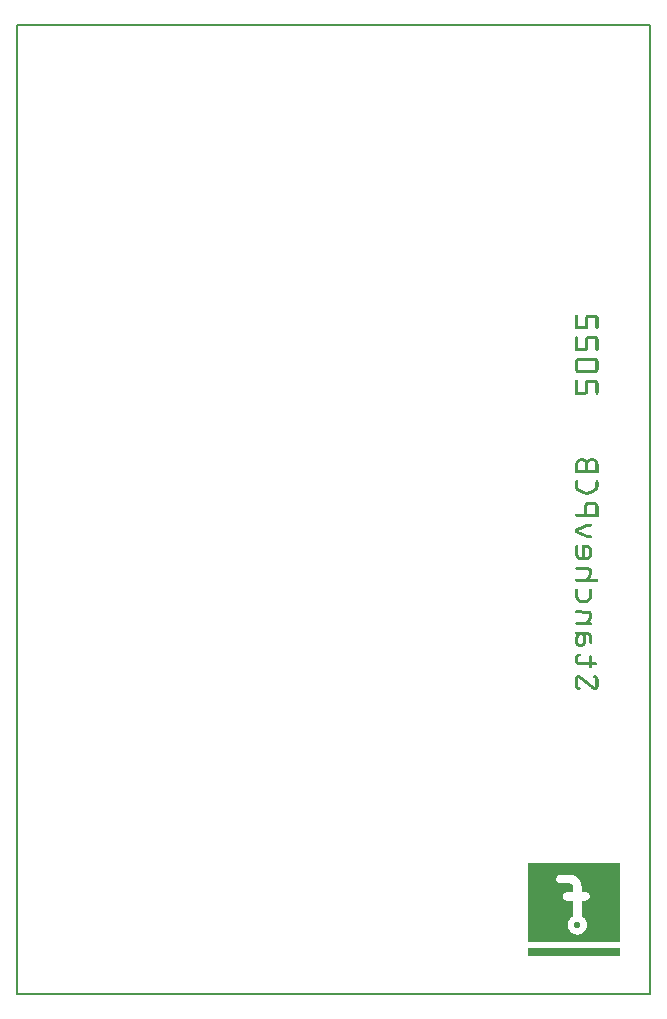
<source format=gbo>
G04 MADE WITH FRITZING*
G04 WWW.FRITZING.ORG*
G04 DOUBLE SIDED*
G04 HOLES PLATED*
G04 CONTOUR ON CENTER OF CONTOUR VECTOR*
%ASAXBY*%
%FSLAX23Y23*%
%MOIN*%
%OFA0B0*%
%SFA1.0B1.0*%
%ADD10C,0.023361*%
%ADD11R,0.309167X0.027778*%
%ADD12R,2.119130X3.235450X2.103130X3.219450*%
%ADD13C,0.008000*%
%ADD14R,0.001000X0.001000*%
%LNSILK0*%
G90*
G70*
G54D10*
X1872Y232D03*
G54D11*
X1861Y144D03*
G54D13*
X4Y3231D02*
X2115Y3231D01*
X2115Y4D01*
X4Y4D01*
X4Y3231D01*
D02*
G54D14*
X1867Y2266D02*
X1871Y2266D01*
X1905Y2266D02*
X1935Y2266D01*
X1866Y2265D02*
X1872Y2265D01*
X1903Y2265D02*
X1937Y2265D01*
X1865Y2264D02*
X1873Y2264D01*
X1902Y2264D02*
X1938Y2264D01*
X1865Y2263D02*
X1873Y2263D01*
X1901Y2263D02*
X1939Y2263D01*
X1865Y2262D02*
X1874Y2262D01*
X1900Y2262D02*
X1940Y2262D01*
X1865Y2261D02*
X1874Y2261D01*
X1900Y2261D02*
X1941Y2261D01*
X1865Y2260D02*
X1874Y2260D01*
X1899Y2260D02*
X1941Y2260D01*
X1865Y2259D02*
X1874Y2259D01*
X1899Y2259D02*
X1941Y2259D01*
X1865Y2258D02*
X1874Y2258D01*
X1899Y2258D02*
X1941Y2258D01*
X1865Y2257D02*
X1874Y2257D01*
X1899Y2257D02*
X1942Y2257D01*
X1865Y2256D02*
X1874Y2256D01*
X1899Y2256D02*
X1908Y2256D01*
X1932Y2256D02*
X1942Y2256D01*
X1865Y2255D02*
X1874Y2255D01*
X1899Y2255D02*
X1908Y2255D01*
X1932Y2255D02*
X1942Y2255D01*
X1865Y2254D02*
X1874Y2254D01*
X1899Y2254D02*
X1908Y2254D01*
X1932Y2254D02*
X1942Y2254D01*
X1865Y2253D02*
X1874Y2253D01*
X1899Y2253D02*
X1908Y2253D01*
X1932Y2253D02*
X1942Y2253D01*
X1865Y2252D02*
X1874Y2252D01*
X1899Y2252D02*
X1908Y2252D01*
X1932Y2252D02*
X1942Y2252D01*
X1865Y2251D02*
X1874Y2251D01*
X1899Y2251D02*
X1908Y2251D01*
X1932Y2251D02*
X1942Y2251D01*
X1865Y2250D02*
X1874Y2250D01*
X1899Y2250D02*
X1908Y2250D01*
X1932Y2250D02*
X1942Y2250D01*
X1865Y2249D02*
X1874Y2249D01*
X1899Y2249D02*
X1908Y2249D01*
X1932Y2249D02*
X1942Y2249D01*
X1865Y2248D02*
X1874Y2248D01*
X1899Y2248D02*
X1908Y2248D01*
X1932Y2248D02*
X1942Y2248D01*
X1865Y2247D02*
X1874Y2247D01*
X1899Y2247D02*
X1908Y2247D01*
X1932Y2247D02*
X1942Y2247D01*
X1865Y2246D02*
X1874Y2246D01*
X1899Y2246D02*
X1908Y2246D01*
X1932Y2246D02*
X1942Y2246D01*
X1865Y2245D02*
X1874Y2245D01*
X1899Y2245D02*
X1908Y2245D01*
X1932Y2245D02*
X1942Y2245D01*
X1865Y2244D02*
X1874Y2244D01*
X1899Y2244D02*
X1908Y2244D01*
X1932Y2244D02*
X1942Y2244D01*
X1865Y2243D02*
X1874Y2243D01*
X1899Y2243D02*
X1908Y2243D01*
X1932Y2243D02*
X1942Y2243D01*
X1865Y2242D02*
X1874Y2242D01*
X1899Y2242D02*
X1908Y2242D01*
X1932Y2242D02*
X1942Y2242D01*
X1865Y2241D02*
X1874Y2241D01*
X1899Y2241D02*
X1908Y2241D01*
X1932Y2241D02*
X1942Y2241D01*
X1865Y2240D02*
X1874Y2240D01*
X1899Y2240D02*
X1908Y2240D01*
X1932Y2240D02*
X1942Y2240D01*
X1865Y2239D02*
X1874Y2239D01*
X1899Y2239D02*
X1908Y2239D01*
X1932Y2239D02*
X1942Y2239D01*
X1865Y2238D02*
X1874Y2238D01*
X1899Y2238D02*
X1908Y2238D01*
X1932Y2238D02*
X1942Y2238D01*
X1865Y2237D02*
X1874Y2237D01*
X1899Y2237D02*
X1908Y2237D01*
X1932Y2237D02*
X1942Y2237D01*
X1865Y2236D02*
X1874Y2236D01*
X1899Y2236D02*
X1908Y2236D01*
X1932Y2236D02*
X1942Y2236D01*
X1865Y2235D02*
X1874Y2235D01*
X1899Y2235D02*
X1908Y2235D01*
X1932Y2235D02*
X1942Y2235D01*
X1865Y2234D02*
X1874Y2234D01*
X1899Y2234D02*
X1908Y2234D01*
X1932Y2234D02*
X1942Y2234D01*
X1865Y2233D02*
X1874Y2233D01*
X1899Y2233D02*
X1908Y2233D01*
X1932Y2233D02*
X1942Y2233D01*
X1865Y2232D02*
X1874Y2232D01*
X1899Y2232D02*
X1908Y2232D01*
X1932Y2232D02*
X1942Y2232D01*
X1865Y2231D02*
X1874Y2231D01*
X1899Y2231D02*
X1908Y2231D01*
X1932Y2231D02*
X1942Y2231D01*
X1865Y2230D02*
X1874Y2230D01*
X1899Y2230D02*
X1908Y2230D01*
X1932Y2230D02*
X1942Y2230D01*
X1865Y2229D02*
X1874Y2229D01*
X1899Y2229D02*
X1908Y2229D01*
X1932Y2229D02*
X1942Y2229D01*
X1865Y2228D02*
X1874Y2228D01*
X1899Y2228D02*
X1908Y2228D01*
X1932Y2228D02*
X1942Y2228D01*
X1865Y2227D02*
X1908Y2227D01*
X1932Y2227D02*
X1942Y2227D01*
X1865Y2226D02*
X1907Y2226D01*
X1932Y2226D02*
X1942Y2226D01*
X1865Y2225D02*
X1907Y2225D01*
X1932Y2225D02*
X1942Y2225D01*
X1865Y2224D02*
X1907Y2224D01*
X1932Y2224D02*
X1942Y2224D01*
X1865Y2223D02*
X1907Y2223D01*
X1932Y2223D02*
X1942Y2223D01*
X1865Y2222D02*
X1906Y2222D01*
X1932Y2222D02*
X1942Y2222D01*
X1865Y2221D02*
X1905Y2221D01*
X1933Y2221D02*
X1941Y2221D01*
X1865Y2220D02*
X1905Y2220D01*
X1933Y2220D02*
X1941Y2220D01*
X1865Y2219D02*
X1903Y2219D01*
X1934Y2219D02*
X1940Y2219D01*
X1865Y2218D02*
X1902Y2218D01*
X1935Y2218D02*
X1939Y2218D01*
X1867Y2194D02*
X1871Y2194D01*
X1905Y2194D02*
X1935Y2194D01*
X1866Y2193D02*
X1872Y2193D01*
X1903Y2193D02*
X1937Y2193D01*
X1865Y2192D02*
X1873Y2192D01*
X1902Y2192D02*
X1938Y2192D01*
X1865Y2191D02*
X1873Y2191D01*
X1901Y2191D02*
X1939Y2191D01*
X1865Y2190D02*
X1874Y2190D01*
X1900Y2190D02*
X1940Y2190D01*
X1865Y2189D02*
X1874Y2189D01*
X1900Y2189D02*
X1940Y2189D01*
X1865Y2188D02*
X1874Y2188D01*
X1899Y2188D02*
X1941Y2188D01*
X1865Y2187D02*
X1874Y2187D01*
X1899Y2187D02*
X1941Y2187D01*
X1865Y2186D02*
X1874Y2186D01*
X1899Y2186D02*
X1941Y2186D01*
X1865Y2185D02*
X1874Y2185D01*
X1899Y2185D02*
X1941Y2185D01*
X1865Y2184D02*
X1874Y2184D01*
X1899Y2184D02*
X1908Y2184D01*
X1932Y2184D02*
X1942Y2184D01*
X1865Y2183D02*
X1874Y2183D01*
X1899Y2183D02*
X1908Y2183D01*
X1932Y2183D02*
X1942Y2183D01*
X1865Y2182D02*
X1874Y2182D01*
X1899Y2182D02*
X1908Y2182D01*
X1932Y2182D02*
X1942Y2182D01*
X1865Y2181D02*
X1874Y2181D01*
X1899Y2181D02*
X1908Y2181D01*
X1932Y2181D02*
X1942Y2181D01*
X1865Y2180D02*
X1874Y2180D01*
X1899Y2180D02*
X1908Y2180D01*
X1932Y2180D02*
X1942Y2180D01*
X1865Y2179D02*
X1874Y2179D01*
X1899Y2179D02*
X1908Y2179D01*
X1932Y2179D02*
X1942Y2179D01*
X1865Y2178D02*
X1874Y2178D01*
X1899Y2178D02*
X1908Y2178D01*
X1932Y2178D02*
X1942Y2178D01*
X1865Y2177D02*
X1874Y2177D01*
X1899Y2177D02*
X1908Y2177D01*
X1932Y2177D02*
X1942Y2177D01*
X1865Y2176D02*
X1874Y2176D01*
X1899Y2176D02*
X1908Y2176D01*
X1932Y2176D02*
X1942Y2176D01*
X1865Y2175D02*
X1874Y2175D01*
X1899Y2175D02*
X1908Y2175D01*
X1932Y2175D02*
X1942Y2175D01*
X1865Y2174D02*
X1874Y2174D01*
X1899Y2174D02*
X1908Y2174D01*
X1932Y2174D02*
X1942Y2174D01*
X1865Y2173D02*
X1874Y2173D01*
X1899Y2173D02*
X1908Y2173D01*
X1932Y2173D02*
X1942Y2173D01*
X1865Y2172D02*
X1874Y2172D01*
X1899Y2172D02*
X1908Y2172D01*
X1932Y2172D02*
X1942Y2172D01*
X1865Y2171D02*
X1874Y2171D01*
X1899Y2171D02*
X1908Y2171D01*
X1932Y2171D02*
X1942Y2171D01*
X1865Y2170D02*
X1874Y2170D01*
X1899Y2170D02*
X1908Y2170D01*
X1932Y2170D02*
X1942Y2170D01*
X1865Y2169D02*
X1874Y2169D01*
X1899Y2169D02*
X1908Y2169D01*
X1932Y2169D02*
X1942Y2169D01*
X1865Y2168D02*
X1874Y2168D01*
X1899Y2168D02*
X1908Y2168D01*
X1932Y2168D02*
X1942Y2168D01*
X1865Y2167D02*
X1874Y2167D01*
X1899Y2167D02*
X1908Y2167D01*
X1932Y2167D02*
X1942Y2167D01*
X1865Y2166D02*
X1874Y2166D01*
X1899Y2166D02*
X1908Y2166D01*
X1932Y2166D02*
X1942Y2166D01*
X1865Y2165D02*
X1874Y2165D01*
X1899Y2165D02*
X1908Y2165D01*
X1932Y2165D02*
X1942Y2165D01*
X1865Y2164D02*
X1874Y2164D01*
X1899Y2164D02*
X1908Y2164D01*
X1932Y2164D02*
X1942Y2164D01*
X1865Y2163D02*
X1874Y2163D01*
X1899Y2163D02*
X1908Y2163D01*
X1932Y2163D02*
X1942Y2163D01*
X1865Y2162D02*
X1874Y2162D01*
X1899Y2162D02*
X1908Y2162D01*
X1932Y2162D02*
X1942Y2162D01*
X1865Y2161D02*
X1874Y2161D01*
X1899Y2161D02*
X1908Y2161D01*
X1932Y2161D02*
X1942Y2161D01*
X1865Y2160D02*
X1874Y2160D01*
X1899Y2160D02*
X1908Y2160D01*
X1932Y2160D02*
X1942Y2160D01*
X1865Y2159D02*
X1874Y2159D01*
X1899Y2159D02*
X1908Y2159D01*
X1932Y2159D02*
X1942Y2159D01*
X1865Y2158D02*
X1874Y2158D01*
X1899Y2158D02*
X1908Y2158D01*
X1932Y2158D02*
X1942Y2158D01*
X1865Y2157D02*
X1874Y2157D01*
X1899Y2157D02*
X1908Y2157D01*
X1932Y2157D02*
X1942Y2157D01*
X1865Y2156D02*
X1874Y2156D01*
X1899Y2156D02*
X1908Y2156D01*
X1932Y2156D02*
X1942Y2156D01*
X1865Y2155D02*
X1874Y2155D01*
X1898Y2155D02*
X1908Y2155D01*
X1932Y2155D02*
X1942Y2155D01*
X1865Y2154D02*
X1907Y2154D01*
X1932Y2154D02*
X1942Y2154D01*
X1865Y2153D02*
X1907Y2153D01*
X1932Y2153D02*
X1942Y2153D01*
X1865Y2152D02*
X1907Y2152D01*
X1932Y2152D02*
X1942Y2152D01*
X1865Y2151D02*
X1907Y2151D01*
X1932Y2151D02*
X1942Y2151D01*
X1865Y2150D02*
X1906Y2150D01*
X1932Y2150D02*
X1942Y2150D01*
X1865Y2149D02*
X1906Y2149D01*
X1933Y2149D02*
X1941Y2149D01*
X1865Y2148D02*
X1905Y2148D01*
X1933Y2148D02*
X1941Y2148D01*
X1865Y2147D02*
X1904Y2147D01*
X1933Y2147D02*
X1941Y2147D01*
X1865Y2146D02*
X1902Y2146D01*
X1934Y2146D02*
X1940Y2146D01*
X1865Y2145D02*
X1900Y2145D01*
X1936Y2145D02*
X1938Y2145D01*
X1873Y2122D02*
X1934Y2122D01*
X1870Y2121D02*
X1936Y2121D01*
X1868Y2120D02*
X1938Y2120D01*
X1867Y2119D02*
X1939Y2119D01*
X1867Y2118D02*
X1940Y2118D01*
X1866Y2117D02*
X1940Y2117D01*
X1865Y2116D02*
X1941Y2116D01*
X1865Y2115D02*
X1941Y2115D01*
X1865Y2114D02*
X1941Y2114D01*
X1865Y2113D02*
X1941Y2113D01*
X1865Y2112D02*
X1874Y2112D01*
X1932Y2112D02*
X1942Y2112D01*
X1865Y2111D02*
X1874Y2111D01*
X1932Y2111D02*
X1942Y2111D01*
X1865Y2110D02*
X1874Y2110D01*
X1932Y2110D02*
X1942Y2110D01*
X1865Y2109D02*
X1874Y2109D01*
X1932Y2109D02*
X1942Y2109D01*
X1865Y2108D02*
X1874Y2108D01*
X1932Y2108D02*
X1942Y2108D01*
X1865Y2107D02*
X1874Y2107D01*
X1932Y2107D02*
X1942Y2107D01*
X1865Y2106D02*
X1874Y2106D01*
X1932Y2106D02*
X1942Y2106D01*
X1865Y2105D02*
X1874Y2105D01*
X1932Y2105D02*
X1942Y2105D01*
X1865Y2104D02*
X1874Y2104D01*
X1932Y2104D02*
X1942Y2104D01*
X1865Y2103D02*
X1874Y2103D01*
X1932Y2103D02*
X1942Y2103D01*
X1865Y2102D02*
X1874Y2102D01*
X1932Y2102D02*
X1942Y2102D01*
X1865Y2101D02*
X1874Y2101D01*
X1932Y2101D02*
X1942Y2101D01*
X1865Y2100D02*
X1874Y2100D01*
X1932Y2100D02*
X1942Y2100D01*
X1865Y2099D02*
X1874Y2099D01*
X1932Y2099D02*
X1942Y2099D01*
X1865Y2098D02*
X1874Y2098D01*
X1932Y2098D02*
X1942Y2098D01*
X1865Y2097D02*
X1874Y2097D01*
X1932Y2097D02*
X1942Y2097D01*
X1865Y2096D02*
X1874Y2096D01*
X1932Y2096D02*
X1942Y2096D01*
X1865Y2095D02*
X1874Y2095D01*
X1932Y2095D02*
X1942Y2095D01*
X1865Y2094D02*
X1874Y2094D01*
X1932Y2094D02*
X1942Y2094D01*
X1865Y2093D02*
X1874Y2093D01*
X1932Y2093D02*
X1942Y2093D01*
X1865Y2092D02*
X1874Y2092D01*
X1932Y2092D02*
X1942Y2092D01*
X1865Y2091D02*
X1874Y2091D01*
X1932Y2091D02*
X1942Y2091D01*
X1865Y2090D02*
X1874Y2090D01*
X1932Y2090D02*
X1942Y2090D01*
X1865Y2089D02*
X1874Y2089D01*
X1932Y2089D02*
X1942Y2089D01*
X1865Y2088D02*
X1874Y2088D01*
X1932Y2088D02*
X1942Y2088D01*
X1865Y2087D02*
X1874Y2087D01*
X1932Y2087D02*
X1942Y2087D01*
X1865Y2086D02*
X1874Y2086D01*
X1932Y2086D02*
X1942Y2086D01*
X1865Y2085D02*
X1874Y2085D01*
X1932Y2085D02*
X1942Y2085D01*
X1865Y2084D02*
X1874Y2084D01*
X1932Y2084D02*
X1942Y2084D01*
X1865Y2083D02*
X1874Y2083D01*
X1932Y2083D02*
X1942Y2083D01*
X1865Y2082D02*
X1941Y2082D01*
X1865Y2081D02*
X1941Y2081D01*
X1865Y2080D02*
X1941Y2080D01*
X1865Y2079D02*
X1941Y2079D01*
X1866Y2078D02*
X1940Y2078D01*
X1866Y2077D02*
X1940Y2077D01*
X1867Y2076D02*
X1939Y2076D01*
X1868Y2075D02*
X1938Y2075D01*
X1869Y2074D02*
X1937Y2074D01*
X1871Y2073D02*
X1935Y2073D01*
X1867Y2049D02*
X1871Y2049D01*
X1904Y2049D02*
X1936Y2049D01*
X1866Y2048D02*
X1872Y2048D01*
X1903Y2048D02*
X1937Y2048D01*
X1865Y2047D02*
X1873Y2047D01*
X1902Y2047D02*
X1938Y2047D01*
X1865Y2046D02*
X1873Y2046D01*
X1901Y2046D02*
X1939Y2046D01*
X1865Y2045D02*
X1874Y2045D01*
X1900Y2045D02*
X1940Y2045D01*
X1865Y2044D02*
X1874Y2044D01*
X1899Y2044D02*
X1941Y2044D01*
X1865Y2043D02*
X1874Y2043D01*
X1899Y2043D02*
X1941Y2043D01*
X1865Y2042D02*
X1874Y2042D01*
X1899Y2042D02*
X1941Y2042D01*
X1865Y2041D02*
X1874Y2041D01*
X1899Y2041D02*
X1941Y2041D01*
X1865Y2040D02*
X1874Y2040D01*
X1899Y2040D02*
X1942Y2040D01*
X1865Y2039D02*
X1874Y2039D01*
X1899Y2039D02*
X1908Y2039D01*
X1932Y2039D02*
X1942Y2039D01*
X1865Y2038D02*
X1874Y2038D01*
X1899Y2038D02*
X1908Y2038D01*
X1932Y2038D02*
X1942Y2038D01*
X1865Y2037D02*
X1874Y2037D01*
X1899Y2037D02*
X1908Y2037D01*
X1932Y2037D02*
X1942Y2037D01*
X1865Y2036D02*
X1874Y2036D01*
X1899Y2036D02*
X1908Y2036D01*
X1932Y2036D02*
X1942Y2036D01*
X1865Y2035D02*
X1874Y2035D01*
X1899Y2035D02*
X1908Y2035D01*
X1932Y2035D02*
X1942Y2035D01*
X1865Y2034D02*
X1874Y2034D01*
X1899Y2034D02*
X1908Y2034D01*
X1932Y2034D02*
X1942Y2034D01*
X1865Y2033D02*
X1874Y2033D01*
X1899Y2033D02*
X1908Y2033D01*
X1932Y2033D02*
X1942Y2033D01*
X1865Y2032D02*
X1874Y2032D01*
X1899Y2032D02*
X1908Y2032D01*
X1932Y2032D02*
X1942Y2032D01*
X1865Y2031D02*
X1874Y2031D01*
X1899Y2031D02*
X1908Y2031D01*
X1932Y2031D02*
X1942Y2031D01*
X1865Y2030D02*
X1874Y2030D01*
X1899Y2030D02*
X1908Y2030D01*
X1932Y2030D02*
X1942Y2030D01*
X1865Y2029D02*
X1874Y2029D01*
X1899Y2029D02*
X1908Y2029D01*
X1932Y2029D02*
X1942Y2029D01*
X1865Y2028D02*
X1874Y2028D01*
X1899Y2028D02*
X1908Y2028D01*
X1932Y2028D02*
X1942Y2028D01*
X1865Y2027D02*
X1874Y2027D01*
X1899Y2027D02*
X1908Y2027D01*
X1932Y2027D02*
X1942Y2027D01*
X1865Y2026D02*
X1874Y2026D01*
X1899Y2026D02*
X1908Y2026D01*
X1932Y2026D02*
X1942Y2026D01*
X1865Y2025D02*
X1874Y2025D01*
X1899Y2025D02*
X1908Y2025D01*
X1932Y2025D02*
X1942Y2025D01*
X1865Y2024D02*
X1874Y2024D01*
X1899Y2024D02*
X1908Y2024D01*
X1932Y2024D02*
X1942Y2024D01*
X1865Y2023D02*
X1874Y2023D01*
X1899Y2023D02*
X1908Y2023D01*
X1932Y2023D02*
X1942Y2023D01*
X1865Y2022D02*
X1874Y2022D01*
X1899Y2022D02*
X1908Y2022D01*
X1932Y2022D02*
X1942Y2022D01*
X1865Y2021D02*
X1874Y2021D01*
X1899Y2021D02*
X1908Y2021D01*
X1932Y2021D02*
X1942Y2021D01*
X1865Y2020D02*
X1874Y2020D01*
X1899Y2020D02*
X1908Y2020D01*
X1932Y2020D02*
X1942Y2020D01*
X1865Y2019D02*
X1874Y2019D01*
X1899Y2019D02*
X1908Y2019D01*
X1932Y2019D02*
X1942Y2019D01*
X1865Y2018D02*
X1874Y2018D01*
X1899Y2018D02*
X1908Y2018D01*
X1932Y2018D02*
X1942Y2018D01*
X1865Y2017D02*
X1874Y2017D01*
X1899Y2017D02*
X1908Y2017D01*
X1932Y2017D02*
X1942Y2017D01*
X1865Y2016D02*
X1874Y2016D01*
X1899Y2016D02*
X1908Y2016D01*
X1932Y2016D02*
X1942Y2016D01*
X1865Y2015D02*
X1874Y2015D01*
X1899Y2015D02*
X1908Y2015D01*
X1932Y2015D02*
X1942Y2015D01*
X1865Y2014D02*
X1874Y2014D01*
X1899Y2014D02*
X1908Y2014D01*
X1932Y2014D02*
X1942Y2014D01*
X1865Y2013D02*
X1874Y2013D01*
X1899Y2013D02*
X1908Y2013D01*
X1932Y2013D02*
X1942Y2013D01*
X1865Y2012D02*
X1874Y2012D01*
X1899Y2012D02*
X1908Y2012D01*
X1932Y2012D02*
X1942Y2012D01*
X1865Y2011D02*
X1874Y2011D01*
X1899Y2011D02*
X1908Y2011D01*
X1932Y2011D02*
X1942Y2011D01*
X1865Y2010D02*
X1908Y2010D01*
X1932Y2010D02*
X1942Y2010D01*
X1865Y2009D02*
X1907Y2009D01*
X1932Y2009D02*
X1942Y2009D01*
X1865Y2008D02*
X1907Y2008D01*
X1932Y2008D02*
X1942Y2008D01*
X1865Y2007D02*
X1907Y2007D01*
X1932Y2007D02*
X1942Y2007D01*
X1865Y2006D02*
X1907Y2006D01*
X1932Y2006D02*
X1942Y2006D01*
X1865Y2005D02*
X1906Y2005D01*
X1932Y2005D02*
X1942Y2005D01*
X1865Y2004D02*
X1905Y2004D01*
X1933Y2004D02*
X1941Y2004D01*
X1865Y2003D02*
X1904Y2003D01*
X1933Y2003D02*
X1941Y2003D01*
X1865Y2002D02*
X1903Y2002D01*
X1934Y2002D02*
X1940Y2002D01*
X1865Y2001D02*
X1901Y2001D01*
X1935Y2001D02*
X1939Y2001D01*
X1880Y1787D02*
X1893Y1787D01*
X1914Y1787D02*
X1926Y1787D01*
X1877Y1786D02*
X1895Y1786D01*
X1911Y1786D02*
X1929Y1786D01*
X1875Y1785D02*
X1897Y1785D01*
X1909Y1785D02*
X1931Y1785D01*
X1873Y1784D02*
X1899Y1784D01*
X1907Y1784D02*
X1933Y1784D01*
X1872Y1783D02*
X1900Y1783D01*
X1906Y1783D02*
X1934Y1783D01*
X1871Y1782D02*
X1901Y1782D01*
X1905Y1782D02*
X1935Y1782D01*
X1870Y1781D02*
X1902Y1781D01*
X1904Y1781D02*
X1936Y1781D01*
X1869Y1780D02*
X1937Y1780D01*
X1868Y1779D02*
X1938Y1779D01*
X1868Y1778D02*
X1938Y1778D01*
X1867Y1777D02*
X1880Y1777D01*
X1892Y1777D02*
X1914Y1777D01*
X1926Y1777D02*
X1939Y1777D01*
X1867Y1776D02*
X1878Y1776D01*
X1894Y1776D02*
X1912Y1776D01*
X1928Y1776D02*
X1940Y1776D01*
X1866Y1775D02*
X1877Y1775D01*
X1895Y1775D02*
X1911Y1775D01*
X1929Y1775D02*
X1940Y1775D01*
X1866Y1774D02*
X1876Y1774D01*
X1896Y1774D02*
X1910Y1774D01*
X1930Y1774D02*
X1940Y1774D01*
X1865Y1773D02*
X1875Y1773D01*
X1897Y1773D02*
X1909Y1773D01*
X1931Y1773D02*
X1941Y1773D01*
X1865Y1772D02*
X1875Y1772D01*
X1897Y1772D02*
X1909Y1772D01*
X1931Y1772D02*
X1941Y1772D01*
X1865Y1771D02*
X1874Y1771D01*
X1898Y1771D02*
X1908Y1771D01*
X1932Y1771D02*
X1941Y1771D01*
X1865Y1770D02*
X1874Y1770D01*
X1898Y1770D02*
X1908Y1770D01*
X1932Y1770D02*
X1941Y1770D01*
X1865Y1769D02*
X1874Y1769D01*
X1898Y1769D02*
X1908Y1769D01*
X1932Y1769D02*
X1941Y1769D01*
X1865Y1768D02*
X1874Y1768D01*
X1898Y1768D02*
X1908Y1768D01*
X1932Y1768D02*
X1941Y1768D01*
X1865Y1767D02*
X1874Y1767D01*
X1899Y1767D02*
X1908Y1767D01*
X1932Y1767D02*
X1942Y1767D01*
X1865Y1766D02*
X1874Y1766D01*
X1899Y1766D02*
X1908Y1766D01*
X1932Y1766D02*
X1942Y1766D01*
X1865Y1765D02*
X1874Y1765D01*
X1899Y1765D02*
X1908Y1765D01*
X1932Y1765D02*
X1942Y1765D01*
X1865Y1764D02*
X1874Y1764D01*
X1899Y1764D02*
X1908Y1764D01*
X1932Y1764D02*
X1942Y1764D01*
X1865Y1763D02*
X1874Y1763D01*
X1899Y1763D02*
X1908Y1763D01*
X1932Y1763D02*
X1942Y1763D01*
X1865Y1762D02*
X1874Y1762D01*
X1899Y1762D02*
X1908Y1762D01*
X1932Y1762D02*
X1942Y1762D01*
X1865Y1761D02*
X1874Y1761D01*
X1899Y1761D02*
X1908Y1761D01*
X1932Y1761D02*
X1942Y1761D01*
X1865Y1760D02*
X1874Y1760D01*
X1899Y1760D02*
X1908Y1760D01*
X1932Y1760D02*
X1942Y1760D01*
X1865Y1759D02*
X1874Y1759D01*
X1899Y1759D02*
X1908Y1759D01*
X1932Y1759D02*
X1942Y1759D01*
X1865Y1758D02*
X1874Y1758D01*
X1899Y1758D02*
X1908Y1758D01*
X1932Y1758D02*
X1942Y1758D01*
X1865Y1757D02*
X1874Y1757D01*
X1899Y1757D02*
X1908Y1757D01*
X1932Y1757D02*
X1942Y1757D01*
X1865Y1756D02*
X1874Y1756D01*
X1899Y1756D02*
X1908Y1756D01*
X1932Y1756D02*
X1942Y1756D01*
X1865Y1755D02*
X1874Y1755D01*
X1899Y1755D02*
X1908Y1755D01*
X1932Y1755D02*
X1942Y1755D01*
X1865Y1754D02*
X1874Y1754D01*
X1899Y1754D02*
X1908Y1754D01*
X1932Y1754D02*
X1942Y1754D01*
X1865Y1753D02*
X1874Y1753D01*
X1899Y1753D02*
X1908Y1753D01*
X1932Y1753D02*
X1942Y1753D01*
X1865Y1752D02*
X1874Y1752D01*
X1899Y1752D02*
X1908Y1752D01*
X1932Y1752D02*
X1942Y1752D01*
X1865Y1751D02*
X1874Y1751D01*
X1899Y1751D02*
X1908Y1751D01*
X1932Y1751D02*
X1942Y1751D01*
X1865Y1750D02*
X1874Y1750D01*
X1899Y1750D02*
X1908Y1750D01*
X1932Y1750D02*
X1942Y1750D01*
X1865Y1749D02*
X1874Y1749D01*
X1899Y1749D02*
X1908Y1749D01*
X1932Y1749D02*
X1942Y1749D01*
X1865Y1748D02*
X1942Y1748D01*
X1865Y1747D02*
X1942Y1747D01*
X1865Y1746D02*
X1942Y1746D01*
X1865Y1745D02*
X1942Y1745D01*
X1865Y1744D02*
X1942Y1744D01*
X1865Y1743D02*
X1942Y1743D01*
X1865Y1742D02*
X1942Y1742D01*
X1865Y1741D02*
X1942Y1741D01*
X1865Y1740D02*
X1942Y1740D01*
X1865Y1739D02*
X1942Y1739D01*
X1865Y1738D02*
X1941Y1738D01*
X1868Y1715D02*
X1870Y1715D01*
X1936Y1715D02*
X1938Y1715D01*
X1866Y1714D02*
X1872Y1714D01*
X1934Y1714D02*
X1940Y1714D01*
X1865Y1713D02*
X1873Y1713D01*
X1933Y1713D02*
X1941Y1713D01*
X1865Y1712D02*
X1873Y1712D01*
X1933Y1712D02*
X1941Y1712D01*
X1865Y1711D02*
X1874Y1711D01*
X1933Y1711D02*
X1941Y1711D01*
X1865Y1710D02*
X1874Y1710D01*
X1932Y1710D02*
X1942Y1710D01*
X1865Y1709D02*
X1874Y1709D01*
X1932Y1709D02*
X1942Y1709D01*
X1865Y1708D02*
X1874Y1708D01*
X1932Y1708D02*
X1942Y1708D01*
X1865Y1707D02*
X1874Y1707D01*
X1932Y1707D02*
X1942Y1707D01*
X1865Y1706D02*
X1874Y1706D01*
X1932Y1706D02*
X1942Y1706D01*
X1865Y1705D02*
X1874Y1705D01*
X1932Y1705D02*
X1942Y1705D01*
X1865Y1704D02*
X1874Y1704D01*
X1932Y1704D02*
X1942Y1704D01*
X1865Y1703D02*
X1874Y1703D01*
X1932Y1703D02*
X1942Y1703D01*
X1865Y1702D02*
X1874Y1702D01*
X1932Y1702D02*
X1942Y1702D01*
X1865Y1701D02*
X1874Y1701D01*
X1932Y1701D02*
X1942Y1701D01*
X1865Y1700D02*
X1874Y1700D01*
X1932Y1700D02*
X1942Y1700D01*
X1865Y1699D02*
X1874Y1699D01*
X1932Y1699D02*
X1942Y1699D01*
X1865Y1698D02*
X1874Y1698D01*
X1932Y1698D02*
X1942Y1698D01*
X1865Y1697D02*
X1874Y1697D01*
X1932Y1697D02*
X1942Y1697D01*
X1865Y1696D02*
X1874Y1696D01*
X1932Y1696D02*
X1942Y1696D01*
X1865Y1695D02*
X1874Y1695D01*
X1932Y1695D02*
X1942Y1695D01*
X1865Y1694D02*
X1874Y1694D01*
X1932Y1694D02*
X1942Y1694D01*
X1865Y1693D02*
X1874Y1693D01*
X1932Y1693D02*
X1942Y1693D01*
X1865Y1692D02*
X1874Y1692D01*
X1932Y1692D02*
X1942Y1692D01*
X1865Y1691D02*
X1874Y1691D01*
X1932Y1691D02*
X1941Y1691D01*
X1865Y1690D02*
X1874Y1690D01*
X1932Y1690D02*
X1941Y1690D01*
X1865Y1689D02*
X1874Y1689D01*
X1932Y1689D02*
X1941Y1689D01*
X1865Y1688D02*
X1875Y1688D01*
X1931Y1688D02*
X1941Y1688D01*
X1865Y1687D02*
X1877Y1687D01*
X1929Y1687D02*
X1941Y1687D01*
X1866Y1686D02*
X1879Y1686D01*
X1927Y1686D02*
X1940Y1686D01*
X1866Y1685D02*
X1881Y1685D01*
X1925Y1685D02*
X1940Y1685D01*
X1867Y1684D02*
X1883Y1684D01*
X1923Y1684D02*
X1939Y1684D01*
X1867Y1683D02*
X1885Y1683D01*
X1921Y1683D02*
X1939Y1683D01*
X1868Y1682D02*
X1887Y1682D01*
X1919Y1682D02*
X1938Y1682D01*
X1869Y1681D02*
X1889Y1681D01*
X1917Y1681D02*
X1937Y1681D01*
X1870Y1680D02*
X1891Y1680D01*
X1915Y1680D02*
X1936Y1680D01*
X1872Y1679D02*
X1893Y1679D01*
X1913Y1679D02*
X1935Y1679D01*
X1873Y1678D02*
X1895Y1678D01*
X1911Y1678D02*
X1933Y1678D01*
X1875Y1677D02*
X1897Y1677D01*
X1909Y1677D02*
X1931Y1677D01*
X1877Y1676D02*
X1900Y1676D01*
X1906Y1676D02*
X1929Y1676D01*
X1879Y1675D02*
X1927Y1675D01*
X1881Y1674D02*
X1925Y1674D01*
X1883Y1673D02*
X1923Y1673D01*
X1885Y1672D02*
X1921Y1672D01*
X1887Y1671D02*
X1919Y1671D01*
X1889Y1670D02*
X1917Y1670D01*
X1891Y1669D02*
X1915Y1669D01*
X1893Y1668D02*
X1913Y1668D01*
X1896Y1667D02*
X1910Y1667D01*
X1900Y1666D02*
X1907Y1666D01*
X1908Y1643D02*
X1928Y1643D01*
X1904Y1642D02*
X1932Y1642D01*
X1902Y1641D02*
X1934Y1641D01*
X1900Y1640D02*
X1935Y1640D01*
X1899Y1639D02*
X1937Y1639D01*
X1898Y1638D02*
X1938Y1638D01*
X1897Y1637D02*
X1938Y1637D01*
X1897Y1636D02*
X1939Y1636D01*
X1896Y1635D02*
X1940Y1635D01*
X1896Y1634D02*
X1940Y1634D01*
X1895Y1633D02*
X1909Y1633D01*
X1927Y1633D02*
X1941Y1633D01*
X1895Y1632D02*
X1906Y1632D01*
X1930Y1632D02*
X1941Y1632D01*
X1895Y1631D02*
X1905Y1631D01*
X1931Y1631D02*
X1941Y1631D01*
X1894Y1630D02*
X1904Y1630D01*
X1932Y1630D02*
X1941Y1630D01*
X1894Y1629D02*
X1904Y1629D01*
X1932Y1629D02*
X1941Y1629D01*
X1894Y1628D02*
X1903Y1628D01*
X1932Y1628D02*
X1942Y1628D01*
X1894Y1627D02*
X1903Y1627D01*
X1932Y1627D02*
X1942Y1627D01*
X1894Y1626D02*
X1903Y1626D01*
X1932Y1626D02*
X1942Y1626D01*
X1894Y1625D02*
X1903Y1625D01*
X1932Y1625D02*
X1942Y1625D01*
X1894Y1624D02*
X1903Y1624D01*
X1932Y1624D02*
X1942Y1624D01*
X1894Y1623D02*
X1903Y1623D01*
X1932Y1623D02*
X1942Y1623D01*
X1894Y1622D02*
X1903Y1622D01*
X1932Y1622D02*
X1942Y1622D01*
X1894Y1621D02*
X1903Y1621D01*
X1932Y1621D02*
X1942Y1621D01*
X1894Y1620D02*
X1903Y1620D01*
X1932Y1620D02*
X1942Y1620D01*
X1894Y1619D02*
X1903Y1619D01*
X1932Y1619D02*
X1942Y1619D01*
X1894Y1618D02*
X1903Y1618D01*
X1932Y1618D02*
X1942Y1618D01*
X1894Y1617D02*
X1903Y1617D01*
X1932Y1617D02*
X1942Y1617D01*
X1894Y1616D02*
X1903Y1616D01*
X1932Y1616D02*
X1942Y1616D01*
X1894Y1615D02*
X1903Y1615D01*
X1932Y1615D02*
X1942Y1615D01*
X1894Y1614D02*
X1903Y1614D01*
X1932Y1614D02*
X1942Y1614D01*
X1894Y1613D02*
X1903Y1613D01*
X1932Y1613D02*
X1942Y1613D01*
X1894Y1612D02*
X1903Y1612D01*
X1932Y1612D02*
X1942Y1612D01*
X1894Y1611D02*
X1903Y1611D01*
X1932Y1611D02*
X1942Y1611D01*
X1894Y1610D02*
X1903Y1610D01*
X1932Y1610D02*
X1942Y1610D01*
X1894Y1609D02*
X1903Y1609D01*
X1932Y1609D02*
X1942Y1609D01*
X1894Y1608D02*
X1903Y1608D01*
X1932Y1608D02*
X1942Y1608D01*
X1894Y1607D02*
X1903Y1607D01*
X1932Y1607D02*
X1942Y1607D01*
X1894Y1606D02*
X1903Y1606D01*
X1932Y1606D02*
X1942Y1606D01*
X1894Y1605D02*
X1903Y1605D01*
X1932Y1605D02*
X1942Y1605D01*
X1894Y1604D02*
X1903Y1604D01*
X1932Y1604D02*
X1942Y1604D01*
X1868Y1603D02*
X1942Y1603D01*
X1866Y1602D02*
X1942Y1602D01*
X1865Y1601D02*
X1942Y1601D01*
X1865Y1600D02*
X1942Y1600D01*
X1865Y1599D02*
X1942Y1599D01*
X1865Y1598D02*
X1942Y1598D01*
X1865Y1597D02*
X1942Y1597D01*
X1865Y1596D02*
X1942Y1596D01*
X1866Y1595D02*
X1942Y1595D01*
X1867Y1594D02*
X1942Y1594D01*
X1905Y1570D02*
X1918Y1570D01*
X1903Y1569D02*
X1919Y1569D01*
X1900Y1568D02*
X1920Y1568D01*
X1898Y1567D02*
X1920Y1567D01*
X1896Y1566D02*
X1920Y1566D01*
X1894Y1565D02*
X1920Y1565D01*
X1891Y1564D02*
X1920Y1564D01*
X1889Y1563D02*
X1919Y1563D01*
X1887Y1562D02*
X1919Y1562D01*
X1884Y1561D02*
X1917Y1561D01*
X1882Y1560D02*
X1906Y1560D01*
X1880Y1559D02*
X1904Y1559D01*
X1878Y1558D02*
X1902Y1558D01*
X1875Y1557D02*
X1899Y1557D01*
X1873Y1556D02*
X1897Y1556D01*
X1871Y1555D02*
X1895Y1555D01*
X1868Y1554D02*
X1893Y1554D01*
X1866Y1553D02*
X1890Y1553D01*
X1865Y1552D02*
X1888Y1552D01*
X1865Y1551D02*
X1886Y1551D01*
X1865Y1550D02*
X1883Y1550D01*
X1865Y1549D02*
X1881Y1549D01*
X1865Y1548D02*
X1879Y1548D01*
X1865Y1547D02*
X1877Y1547D01*
X1865Y1546D02*
X1875Y1546D01*
X1865Y1545D02*
X1876Y1545D01*
X1865Y1544D02*
X1878Y1544D01*
X1865Y1543D02*
X1881Y1543D01*
X1865Y1542D02*
X1883Y1542D01*
X1865Y1541D02*
X1885Y1541D01*
X1865Y1540D02*
X1887Y1540D01*
X1866Y1539D02*
X1890Y1539D01*
X1868Y1538D02*
X1892Y1538D01*
X1870Y1537D02*
X1894Y1537D01*
X1872Y1536D02*
X1897Y1536D01*
X1875Y1535D02*
X1899Y1535D01*
X1877Y1534D02*
X1901Y1534D01*
X1879Y1533D02*
X1904Y1533D01*
X1882Y1532D02*
X1906Y1532D01*
X1884Y1531D02*
X1916Y1531D01*
X1886Y1530D02*
X1918Y1530D01*
X1888Y1529D02*
X1919Y1529D01*
X1891Y1528D02*
X1920Y1528D01*
X1893Y1527D02*
X1920Y1527D01*
X1895Y1526D02*
X1920Y1526D01*
X1898Y1525D02*
X1920Y1525D01*
X1900Y1524D02*
X1920Y1524D01*
X1902Y1523D02*
X1919Y1523D01*
X1904Y1522D02*
X1918Y1522D01*
X1867Y1498D02*
X1871Y1498D01*
X1889Y1498D02*
X1906Y1498D01*
X1866Y1497D02*
X1872Y1497D01*
X1887Y1497D02*
X1909Y1497D01*
X1865Y1496D02*
X1873Y1496D01*
X1887Y1496D02*
X1911Y1496D01*
X1865Y1495D02*
X1873Y1495D01*
X1886Y1495D02*
X1912Y1495D01*
X1865Y1494D02*
X1874Y1494D01*
X1886Y1494D02*
X1913Y1494D01*
X1865Y1493D02*
X1874Y1493D01*
X1886Y1493D02*
X1914Y1493D01*
X1865Y1492D02*
X1874Y1492D01*
X1886Y1492D02*
X1915Y1492D01*
X1865Y1491D02*
X1874Y1491D01*
X1886Y1491D02*
X1916Y1491D01*
X1865Y1490D02*
X1874Y1490D01*
X1886Y1490D02*
X1916Y1490D01*
X1865Y1489D02*
X1874Y1489D01*
X1886Y1489D02*
X1917Y1489D01*
X1865Y1488D02*
X1874Y1488D01*
X1886Y1488D02*
X1895Y1488D01*
X1905Y1488D02*
X1918Y1488D01*
X1865Y1487D02*
X1874Y1487D01*
X1886Y1487D02*
X1895Y1487D01*
X1907Y1487D02*
X1919Y1487D01*
X1865Y1486D02*
X1874Y1486D01*
X1886Y1486D02*
X1895Y1486D01*
X1908Y1486D02*
X1919Y1486D01*
X1865Y1485D02*
X1874Y1485D01*
X1886Y1485D02*
X1895Y1485D01*
X1909Y1485D02*
X1919Y1485D01*
X1865Y1484D02*
X1874Y1484D01*
X1886Y1484D02*
X1895Y1484D01*
X1910Y1484D02*
X1920Y1484D01*
X1865Y1483D02*
X1874Y1483D01*
X1886Y1483D02*
X1895Y1483D01*
X1910Y1483D02*
X1920Y1483D01*
X1865Y1482D02*
X1874Y1482D01*
X1886Y1482D02*
X1895Y1482D01*
X1911Y1482D02*
X1920Y1482D01*
X1865Y1481D02*
X1874Y1481D01*
X1886Y1481D02*
X1895Y1481D01*
X1911Y1481D02*
X1920Y1481D01*
X1865Y1480D02*
X1874Y1480D01*
X1886Y1480D02*
X1895Y1480D01*
X1911Y1480D02*
X1920Y1480D01*
X1865Y1479D02*
X1874Y1479D01*
X1886Y1479D02*
X1895Y1479D01*
X1911Y1479D02*
X1920Y1479D01*
X1865Y1478D02*
X1874Y1478D01*
X1886Y1478D02*
X1895Y1478D01*
X1911Y1478D02*
X1920Y1478D01*
X1865Y1477D02*
X1874Y1477D01*
X1886Y1477D02*
X1895Y1477D01*
X1911Y1477D02*
X1920Y1477D01*
X1865Y1476D02*
X1874Y1476D01*
X1886Y1476D02*
X1895Y1476D01*
X1911Y1476D02*
X1920Y1476D01*
X1865Y1475D02*
X1874Y1475D01*
X1886Y1475D02*
X1895Y1475D01*
X1911Y1475D02*
X1920Y1475D01*
X1865Y1474D02*
X1874Y1474D01*
X1886Y1474D02*
X1895Y1474D01*
X1911Y1474D02*
X1920Y1474D01*
X1865Y1473D02*
X1874Y1473D01*
X1886Y1473D02*
X1895Y1473D01*
X1911Y1473D02*
X1920Y1473D01*
X1865Y1472D02*
X1874Y1472D01*
X1886Y1472D02*
X1895Y1472D01*
X1911Y1472D02*
X1920Y1472D01*
X1865Y1471D02*
X1874Y1471D01*
X1886Y1471D02*
X1895Y1471D01*
X1911Y1471D02*
X1920Y1471D01*
X1865Y1470D02*
X1874Y1470D01*
X1886Y1470D02*
X1895Y1470D01*
X1911Y1470D02*
X1920Y1470D01*
X1865Y1469D02*
X1874Y1469D01*
X1886Y1469D02*
X1895Y1469D01*
X1911Y1469D02*
X1920Y1469D01*
X1865Y1468D02*
X1874Y1468D01*
X1886Y1468D02*
X1895Y1468D01*
X1911Y1468D02*
X1920Y1468D01*
X1865Y1467D02*
X1874Y1467D01*
X1886Y1467D02*
X1895Y1467D01*
X1911Y1467D02*
X1920Y1467D01*
X1865Y1466D02*
X1874Y1466D01*
X1886Y1466D02*
X1895Y1466D01*
X1911Y1466D02*
X1920Y1466D01*
X1865Y1465D02*
X1874Y1465D01*
X1886Y1465D02*
X1895Y1465D01*
X1911Y1465D02*
X1920Y1465D01*
X1865Y1464D02*
X1875Y1464D01*
X1886Y1464D02*
X1895Y1464D01*
X1910Y1464D02*
X1920Y1464D01*
X1865Y1463D02*
X1876Y1463D01*
X1886Y1463D02*
X1895Y1463D01*
X1909Y1463D02*
X1920Y1463D01*
X1866Y1462D02*
X1877Y1462D01*
X1886Y1462D02*
X1895Y1462D01*
X1908Y1462D02*
X1919Y1462D01*
X1866Y1461D02*
X1877Y1461D01*
X1886Y1461D02*
X1895Y1461D01*
X1907Y1461D02*
X1919Y1461D01*
X1866Y1460D02*
X1879Y1460D01*
X1886Y1460D02*
X1895Y1460D01*
X1906Y1460D02*
X1918Y1460D01*
X1867Y1459D02*
X1881Y1459D01*
X1885Y1459D02*
X1895Y1459D01*
X1904Y1459D02*
X1918Y1459D01*
X1868Y1458D02*
X1917Y1458D01*
X1869Y1457D02*
X1916Y1457D01*
X1869Y1456D02*
X1915Y1456D01*
X1870Y1455D02*
X1914Y1455D01*
X1871Y1454D02*
X1914Y1454D01*
X1872Y1453D02*
X1913Y1453D01*
X1873Y1452D02*
X1911Y1452D01*
X1875Y1451D02*
X1910Y1451D01*
X1876Y1450D02*
X1908Y1450D01*
X1880Y1449D02*
X1904Y1449D01*
X1869Y1426D02*
X1874Y1426D01*
X1866Y1425D02*
X1904Y1425D01*
X1866Y1424D02*
X1911Y1424D01*
X1865Y1423D02*
X1913Y1423D01*
X1865Y1422D02*
X1914Y1422D01*
X1865Y1421D02*
X1915Y1421D01*
X1865Y1420D02*
X1916Y1420D01*
X1865Y1419D02*
X1917Y1419D01*
X1866Y1418D02*
X1918Y1418D01*
X1867Y1417D02*
X1919Y1417D01*
X1874Y1416D02*
X1919Y1416D01*
X1903Y1415D02*
X1919Y1415D01*
X1909Y1414D02*
X1920Y1414D01*
X1910Y1413D02*
X1920Y1413D01*
X1911Y1412D02*
X1920Y1412D01*
X1911Y1411D02*
X1920Y1411D01*
X1911Y1410D02*
X1920Y1410D01*
X1911Y1409D02*
X1920Y1409D01*
X1911Y1408D02*
X1920Y1408D01*
X1911Y1407D02*
X1920Y1407D01*
X1911Y1406D02*
X1920Y1406D01*
X1911Y1405D02*
X1920Y1405D01*
X1911Y1404D02*
X1920Y1404D01*
X1911Y1403D02*
X1920Y1403D01*
X1911Y1402D02*
X1920Y1402D01*
X1910Y1401D02*
X1920Y1401D01*
X1909Y1400D02*
X1920Y1400D01*
X1909Y1399D02*
X1919Y1399D01*
X1908Y1398D02*
X1919Y1398D01*
X1907Y1397D02*
X1918Y1397D01*
X1907Y1396D02*
X1918Y1396D01*
X1906Y1395D02*
X1917Y1395D01*
X1906Y1394D02*
X1917Y1394D01*
X1905Y1393D02*
X1916Y1393D01*
X1904Y1392D02*
X1915Y1392D01*
X1904Y1391D02*
X1915Y1391D01*
X1903Y1390D02*
X1914Y1390D01*
X1902Y1389D02*
X1913Y1389D01*
X1902Y1388D02*
X1913Y1388D01*
X1901Y1387D02*
X1912Y1387D01*
X1867Y1386D02*
X1939Y1386D01*
X1866Y1385D02*
X1940Y1385D01*
X1865Y1384D02*
X1941Y1384D01*
X1865Y1383D02*
X1941Y1383D01*
X1865Y1382D02*
X1941Y1382D01*
X1865Y1381D02*
X1941Y1381D01*
X1865Y1380D02*
X1941Y1380D01*
X1865Y1379D02*
X1941Y1379D01*
X1866Y1378D02*
X1940Y1378D01*
X1867Y1377D02*
X1939Y1377D01*
X1867Y1353D02*
X1871Y1353D01*
X1913Y1353D02*
X1918Y1353D01*
X1866Y1352D02*
X1872Y1352D01*
X1912Y1352D02*
X1919Y1352D01*
X1865Y1351D02*
X1873Y1351D01*
X1912Y1351D02*
X1920Y1351D01*
X1865Y1350D02*
X1873Y1350D01*
X1911Y1350D02*
X1920Y1350D01*
X1865Y1349D02*
X1874Y1349D01*
X1911Y1349D02*
X1920Y1349D01*
X1865Y1348D02*
X1874Y1348D01*
X1911Y1348D02*
X1920Y1348D01*
X1865Y1347D02*
X1874Y1347D01*
X1911Y1347D02*
X1920Y1347D01*
X1865Y1346D02*
X1874Y1346D01*
X1911Y1346D02*
X1920Y1346D01*
X1865Y1345D02*
X1874Y1345D01*
X1911Y1345D02*
X1920Y1345D01*
X1865Y1344D02*
X1874Y1344D01*
X1911Y1344D02*
X1920Y1344D01*
X1865Y1343D02*
X1874Y1343D01*
X1911Y1343D02*
X1920Y1343D01*
X1865Y1342D02*
X1874Y1342D01*
X1911Y1342D02*
X1920Y1342D01*
X1865Y1341D02*
X1874Y1341D01*
X1911Y1341D02*
X1920Y1341D01*
X1865Y1340D02*
X1874Y1340D01*
X1911Y1340D02*
X1920Y1340D01*
X1865Y1339D02*
X1874Y1339D01*
X1911Y1339D02*
X1920Y1339D01*
X1865Y1338D02*
X1874Y1338D01*
X1911Y1338D02*
X1920Y1338D01*
X1865Y1337D02*
X1874Y1337D01*
X1911Y1337D02*
X1920Y1337D01*
X1865Y1336D02*
X1874Y1336D01*
X1911Y1336D02*
X1920Y1336D01*
X1865Y1335D02*
X1874Y1335D01*
X1911Y1335D02*
X1920Y1335D01*
X1865Y1334D02*
X1874Y1334D01*
X1911Y1334D02*
X1920Y1334D01*
X1865Y1333D02*
X1874Y1333D01*
X1911Y1333D02*
X1920Y1333D01*
X1865Y1332D02*
X1874Y1332D01*
X1911Y1332D02*
X1920Y1332D01*
X1865Y1331D02*
X1874Y1331D01*
X1911Y1331D02*
X1920Y1331D01*
X1865Y1330D02*
X1874Y1330D01*
X1911Y1330D02*
X1920Y1330D01*
X1865Y1329D02*
X1874Y1329D01*
X1911Y1329D02*
X1920Y1329D01*
X1865Y1328D02*
X1874Y1328D01*
X1911Y1328D02*
X1920Y1328D01*
X1865Y1327D02*
X1874Y1327D01*
X1911Y1327D02*
X1920Y1327D01*
X1865Y1326D02*
X1874Y1326D01*
X1911Y1326D02*
X1920Y1326D01*
X1865Y1325D02*
X1875Y1325D01*
X1910Y1325D02*
X1920Y1325D01*
X1865Y1324D02*
X1875Y1324D01*
X1910Y1324D02*
X1920Y1324D01*
X1865Y1323D02*
X1876Y1323D01*
X1909Y1323D02*
X1919Y1323D01*
X1866Y1322D02*
X1877Y1322D01*
X1908Y1322D02*
X1919Y1322D01*
X1866Y1321D02*
X1878Y1321D01*
X1907Y1321D02*
X1919Y1321D01*
X1867Y1320D02*
X1879Y1320D01*
X1906Y1320D02*
X1918Y1320D01*
X1867Y1319D02*
X1880Y1319D01*
X1905Y1319D02*
X1918Y1319D01*
X1868Y1318D02*
X1880Y1318D01*
X1904Y1318D02*
X1917Y1318D01*
X1869Y1317D02*
X1881Y1317D01*
X1904Y1317D02*
X1916Y1317D01*
X1870Y1316D02*
X1882Y1316D01*
X1903Y1316D02*
X1915Y1316D01*
X1871Y1315D02*
X1883Y1315D01*
X1902Y1315D02*
X1914Y1315D01*
X1872Y1314D02*
X1914Y1314D01*
X1872Y1313D02*
X1913Y1313D01*
X1873Y1312D02*
X1912Y1312D01*
X1874Y1311D02*
X1911Y1311D01*
X1875Y1310D02*
X1910Y1310D01*
X1876Y1309D02*
X1909Y1309D01*
X1877Y1308D02*
X1908Y1308D01*
X1878Y1307D02*
X1907Y1307D01*
X1880Y1306D02*
X1905Y1306D01*
X1882Y1305D02*
X1903Y1305D01*
X1867Y1281D02*
X1887Y1281D01*
X1866Y1280D02*
X1909Y1280D01*
X1865Y1279D02*
X1912Y1279D01*
X1865Y1278D02*
X1913Y1278D01*
X1865Y1277D02*
X1915Y1277D01*
X1865Y1276D02*
X1916Y1276D01*
X1865Y1275D02*
X1917Y1275D01*
X1865Y1274D02*
X1918Y1274D01*
X1866Y1273D02*
X1918Y1273D01*
X1868Y1272D02*
X1919Y1272D01*
X1886Y1271D02*
X1919Y1271D01*
X1908Y1270D02*
X1920Y1270D01*
X1909Y1269D02*
X1920Y1269D01*
X1910Y1268D02*
X1920Y1268D01*
X1911Y1267D02*
X1920Y1267D01*
X1911Y1266D02*
X1920Y1266D01*
X1911Y1265D02*
X1920Y1265D01*
X1911Y1264D02*
X1920Y1264D01*
X1911Y1263D02*
X1920Y1263D01*
X1911Y1262D02*
X1920Y1262D01*
X1911Y1261D02*
X1920Y1261D01*
X1911Y1260D02*
X1920Y1260D01*
X1911Y1259D02*
X1920Y1259D01*
X1911Y1258D02*
X1920Y1258D01*
X1910Y1257D02*
X1920Y1257D01*
X1910Y1256D02*
X1920Y1256D01*
X1909Y1255D02*
X1920Y1255D01*
X1908Y1254D02*
X1919Y1254D01*
X1908Y1253D02*
X1919Y1253D01*
X1907Y1252D02*
X1918Y1252D01*
X1907Y1251D02*
X1918Y1251D01*
X1906Y1250D02*
X1917Y1250D01*
X1905Y1249D02*
X1916Y1249D01*
X1905Y1248D02*
X1916Y1248D01*
X1904Y1247D02*
X1915Y1247D01*
X1903Y1246D02*
X1914Y1246D01*
X1903Y1245D02*
X1914Y1245D01*
X1902Y1244D02*
X1913Y1244D01*
X1901Y1243D02*
X1912Y1243D01*
X1870Y1242D02*
X1915Y1242D01*
X1867Y1241D02*
X1918Y1241D01*
X1866Y1240D02*
X1919Y1240D01*
X1865Y1239D02*
X1920Y1239D01*
X1865Y1238D02*
X1920Y1238D01*
X1865Y1237D02*
X1920Y1237D01*
X1865Y1236D02*
X1920Y1236D01*
X1865Y1235D02*
X1920Y1235D01*
X1866Y1234D02*
X1919Y1234D01*
X1867Y1233D02*
X1918Y1233D01*
X1869Y1232D02*
X1916Y1232D01*
X1868Y1209D02*
X1880Y1209D01*
X1866Y1208D02*
X1907Y1208D01*
X1865Y1207D02*
X1911Y1207D01*
X1865Y1206D02*
X1913Y1206D01*
X1865Y1205D02*
X1914Y1205D01*
X1865Y1204D02*
X1916Y1204D01*
X1865Y1203D02*
X1917Y1203D01*
X1865Y1202D02*
X1917Y1202D01*
X1866Y1201D02*
X1918Y1201D01*
X1867Y1200D02*
X1919Y1200D01*
X1869Y1199D02*
X1919Y1199D01*
X1869Y1198D02*
X1880Y1198D01*
X1887Y1198D02*
X1899Y1198D01*
X1906Y1198D02*
X1920Y1198D01*
X1868Y1197D02*
X1879Y1197D01*
X1889Y1197D02*
X1899Y1197D01*
X1909Y1197D02*
X1920Y1197D01*
X1868Y1196D02*
X1878Y1196D01*
X1889Y1196D02*
X1899Y1196D01*
X1910Y1196D02*
X1920Y1196D01*
X1867Y1195D02*
X1878Y1195D01*
X1890Y1195D02*
X1899Y1195D01*
X1911Y1195D02*
X1920Y1195D01*
X1866Y1194D02*
X1877Y1194D01*
X1890Y1194D02*
X1899Y1194D01*
X1911Y1194D02*
X1920Y1194D01*
X1866Y1193D02*
X1877Y1193D01*
X1890Y1193D02*
X1899Y1193D01*
X1911Y1193D02*
X1920Y1193D01*
X1865Y1192D02*
X1876Y1192D01*
X1890Y1192D02*
X1899Y1192D01*
X1911Y1192D02*
X1920Y1192D01*
X1865Y1191D02*
X1875Y1191D01*
X1890Y1191D02*
X1899Y1191D01*
X1911Y1191D02*
X1920Y1191D01*
X1865Y1190D02*
X1875Y1190D01*
X1890Y1190D02*
X1899Y1190D01*
X1911Y1190D02*
X1920Y1190D01*
X1865Y1189D02*
X1874Y1189D01*
X1890Y1189D02*
X1899Y1189D01*
X1911Y1189D02*
X1920Y1189D01*
X1865Y1188D02*
X1874Y1188D01*
X1890Y1188D02*
X1899Y1188D01*
X1911Y1188D02*
X1920Y1188D01*
X1865Y1187D02*
X1874Y1187D01*
X1890Y1187D02*
X1899Y1187D01*
X1911Y1187D02*
X1920Y1187D01*
X1865Y1186D02*
X1874Y1186D01*
X1890Y1186D02*
X1899Y1186D01*
X1911Y1186D02*
X1920Y1186D01*
X1865Y1185D02*
X1874Y1185D01*
X1890Y1185D02*
X1899Y1185D01*
X1911Y1185D02*
X1920Y1185D01*
X1865Y1184D02*
X1874Y1184D01*
X1890Y1184D02*
X1899Y1184D01*
X1911Y1184D02*
X1920Y1184D01*
X1865Y1183D02*
X1874Y1183D01*
X1890Y1183D02*
X1899Y1183D01*
X1911Y1183D02*
X1920Y1183D01*
X1865Y1182D02*
X1874Y1182D01*
X1890Y1182D02*
X1899Y1182D01*
X1911Y1182D02*
X1920Y1182D01*
X1865Y1181D02*
X1874Y1181D01*
X1890Y1181D02*
X1899Y1181D01*
X1911Y1181D02*
X1920Y1181D01*
X1865Y1180D02*
X1874Y1180D01*
X1890Y1180D02*
X1899Y1180D01*
X1911Y1180D02*
X1920Y1180D01*
X1865Y1179D02*
X1874Y1179D01*
X1890Y1179D02*
X1899Y1179D01*
X1911Y1179D02*
X1920Y1179D01*
X1865Y1178D02*
X1874Y1178D01*
X1890Y1178D02*
X1899Y1178D01*
X1911Y1178D02*
X1920Y1178D01*
X1865Y1177D02*
X1874Y1177D01*
X1890Y1177D02*
X1899Y1177D01*
X1911Y1177D02*
X1920Y1177D01*
X1865Y1176D02*
X1874Y1176D01*
X1890Y1176D02*
X1899Y1176D01*
X1911Y1176D02*
X1920Y1176D01*
X1865Y1175D02*
X1874Y1175D01*
X1890Y1175D02*
X1899Y1175D01*
X1911Y1175D02*
X1920Y1175D01*
X1865Y1174D02*
X1874Y1174D01*
X1890Y1174D02*
X1899Y1174D01*
X1911Y1174D02*
X1920Y1174D01*
X1865Y1173D02*
X1874Y1173D01*
X1890Y1173D02*
X1899Y1173D01*
X1912Y1173D02*
X1920Y1173D01*
X1865Y1172D02*
X1874Y1172D01*
X1889Y1172D02*
X1899Y1172D01*
X1912Y1172D02*
X1920Y1172D01*
X1865Y1171D02*
X1875Y1171D01*
X1888Y1171D02*
X1899Y1171D01*
X1913Y1171D02*
X1919Y1171D01*
X1865Y1170D02*
X1877Y1170D01*
X1887Y1170D02*
X1898Y1170D01*
X1914Y1170D02*
X1917Y1170D01*
X1866Y1169D02*
X1898Y1169D01*
X1866Y1168D02*
X1898Y1168D01*
X1867Y1167D02*
X1897Y1167D01*
X1867Y1166D02*
X1896Y1166D01*
X1868Y1165D02*
X1896Y1165D01*
X1869Y1164D02*
X1895Y1164D01*
X1870Y1163D02*
X1894Y1163D01*
X1871Y1162D02*
X1892Y1162D01*
X1873Y1161D02*
X1890Y1161D01*
X1876Y1160D02*
X1888Y1160D01*
X1877Y1137D02*
X1878Y1137D01*
X1874Y1136D02*
X1880Y1136D01*
X1872Y1135D02*
X1881Y1135D01*
X1871Y1134D02*
X1882Y1134D01*
X1869Y1133D02*
X1882Y1133D01*
X1868Y1132D02*
X1882Y1132D01*
X1868Y1131D02*
X1882Y1131D01*
X1913Y1131D02*
X1918Y1131D01*
X1867Y1130D02*
X1882Y1130D01*
X1912Y1130D02*
X1919Y1130D01*
X1866Y1129D02*
X1881Y1129D01*
X1912Y1129D02*
X1920Y1129D01*
X1866Y1128D02*
X1880Y1128D01*
X1911Y1128D02*
X1920Y1128D01*
X1865Y1127D02*
X1878Y1127D01*
X1911Y1127D02*
X1920Y1127D01*
X1865Y1126D02*
X1876Y1126D01*
X1911Y1126D02*
X1920Y1126D01*
X1865Y1125D02*
X1875Y1125D01*
X1911Y1125D02*
X1920Y1125D01*
X1865Y1124D02*
X1874Y1124D01*
X1911Y1124D02*
X1920Y1124D01*
X1865Y1123D02*
X1874Y1123D01*
X1911Y1123D02*
X1920Y1123D01*
X1865Y1122D02*
X1874Y1122D01*
X1911Y1122D02*
X1920Y1122D01*
X1865Y1121D02*
X1874Y1121D01*
X1911Y1121D02*
X1920Y1121D01*
X1865Y1120D02*
X1874Y1120D01*
X1911Y1120D02*
X1920Y1120D01*
X1865Y1119D02*
X1874Y1119D01*
X1911Y1119D02*
X1920Y1119D01*
X1865Y1118D02*
X1874Y1118D01*
X1911Y1118D02*
X1920Y1118D01*
X1865Y1117D02*
X1874Y1117D01*
X1911Y1117D02*
X1920Y1117D01*
X1865Y1116D02*
X1874Y1116D01*
X1911Y1116D02*
X1920Y1116D01*
X1865Y1115D02*
X1874Y1115D01*
X1911Y1115D02*
X1920Y1115D01*
X1865Y1114D02*
X1874Y1114D01*
X1911Y1114D02*
X1920Y1114D01*
X1865Y1113D02*
X1874Y1113D01*
X1911Y1113D02*
X1920Y1113D01*
X1865Y1112D02*
X1874Y1112D01*
X1911Y1112D02*
X1920Y1112D01*
X1865Y1111D02*
X1874Y1111D01*
X1911Y1111D02*
X1920Y1111D01*
X1865Y1110D02*
X1874Y1110D01*
X1911Y1110D02*
X1920Y1110D01*
X1865Y1109D02*
X1875Y1109D01*
X1911Y1109D02*
X1920Y1109D01*
X1865Y1108D02*
X1876Y1108D01*
X1911Y1108D02*
X1920Y1108D01*
X1865Y1107D02*
X1934Y1107D01*
X1866Y1106D02*
X1936Y1106D01*
X1866Y1105D02*
X1936Y1105D01*
X1867Y1104D02*
X1937Y1104D01*
X1868Y1103D02*
X1937Y1103D01*
X1869Y1102D02*
X1937Y1102D01*
X1870Y1101D02*
X1937Y1101D01*
X1871Y1100D02*
X1937Y1100D01*
X1873Y1099D02*
X1936Y1099D01*
X1875Y1098D02*
X1935Y1098D01*
X1911Y1097D02*
X1921Y1097D01*
X1911Y1096D02*
X1920Y1096D01*
X1911Y1095D02*
X1920Y1095D01*
X1911Y1094D02*
X1920Y1094D01*
X1911Y1093D02*
X1920Y1093D01*
X1911Y1092D02*
X1920Y1092D01*
X1911Y1091D02*
X1920Y1091D01*
X1912Y1090D02*
X1920Y1090D01*
X1913Y1089D02*
X1919Y1089D01*
X1914Y1088D02*
X1918Y1088D01*
X1872Y1064D02*
X1879Y1064D01*
X1926Y1064D02*
X1933Y1064D01*
X1870Y1063D02*
X1881Y1063D01*
X1925Y1063D02*
X1935Y1063D01*
X1869Y1062D02*
X1882Y1062D01*
X1925Y1062D02*
X1936Y1062D01*
X1867Y1061D02*
X1884Y1061D01*
X1924Y1061D02*
X1937Y1061D01*
X1867Y1060D02*
X1885Y1060D01*
X1924Y1060D02*
X1938Y1060D01*
X1866Y1059D02*
X1886Y1059D01*
X1924Y1059D02*
X1939Y1059D01*
X1865Y1058D02*
X1887Y1058D01*
X1924Y1058D02*
X1940Y1058D01*
X1865Y1057D02*
X1889Y1057D01*
X1925Y1057D02*
X1940Y1057D01*
X1865Y1056D02*
X1890Y1056D01*
X1926Y1056D02*
X1941Y1056D01*
X1865Y1055D02*
X1891Y1055D01*
X1928Y1055D02*
X1941Y1055D01*
X1865Y1054D02*
X1874Y1054D01*
X1877Y1054D02*
X1893Y1054D01*
X1931Y1054D02*
X1941Y1054D01*
X1865Y1053D02*
X1874Y1053D01*
X1878Y1053D02*
X1894Y1053D01*
X1932Y1053D02*
X1941Y1053D01*
X1865Y1052D02*
X1874Y1052D01*
X1879Y1052D02*
X1895Y1052D01*
X1932Y1052D02*
X1941Y1052D01*
X1865Y1051D02*
X1874Y1051D01*
X1881Y1051D02*
X1896Y1051D01*
X1932Y1051D02*
X1942Y1051D01*
X1865Y1050D02*
X1874Y1050D01*
X1882Y1050D02*
X1898Y1050D01*
X1932Y1050D02*
X1942Y1050D01*
X1865Y1049D02*
X1874Y1049D01*
X1883Y1049D02*
X1899Y1049D01*
X1932Y1049D02*
X1942Y1049D01*
X1865Y1048D02*
X1874Y1048D01*
X1885Y1048D02*
X1900Y1048D01*
X1932Y1048D02*
X1942Y1048D01*
X1865Y1047D02*
X1874Y1047D01*
X1886Y1047D02*
X1902Y1047D01*
X1932Y1047D02*
X1942Y1047D01*
X1865Y1046D02*
X1874Y1046D01*
X1887Y1046D02*
X1903Y1046D01*
X1932Y1046D02*
X1942Y1046D01*
X1865Y1045D02*
X1874Y1045D01*
X1888Y1045D02*
X1904Y1045D01*
X1932Y1045D02*
X1942Y1045D01*
X1865Y1044D02*
X1874Y1044D01*
X1890Y1044D02*
X1905Y1044D01*
X1932Y1044D02*
X1942Y1044D01*
X1865Y1043D02*
X1874Y1043D01*
X1891Y1043D02*
X1907Y1043D01*
X1932Y1043D02*
X1942Y1043D01*
X1865Y1042D02*
X1874Y1042D01*
X1892Y1042D02*
X1908Y1042D01*
X1932Y1042D02*
X1942Y1042D01*
X1865Y1041D02*
X1874Y1041D01*
X1894Y1041D02*
X1909Y1041D01*
X1932Y1041D02*
X1942Y1041D01*
X1865Y1040D02*
X1874Y1040D01*
X1895Y1040D02*
X1911Y1040D01*
X1932Y1040D02*
X1942Y1040D01*
X1865Y1039D02*
X1874Y1039D01*
X1896Y1039D02*
X1912Y1039D01*
X1932Y1039D02*
X1942Y1039D01*
X1865Y1038D02*
X1874Y1038D01*
X1898Y1038D02*
X1913Y1038D01*
X1932Y1038D02*
X1942Y1038D01*
X1865Y1037D02*
X1874Y1037D01*
X1899Y1037D02*
X1914Y1037D01*
X1932Y1037D02*
X1942Y1037D01*
X1865Y1036D02*
X1874Y1036D01*
X1900Y1036D02*
X1916Y1036D01*
X1932Y1036D02*
X1942Y1036D01*
X1865Y1035D02*
X1874Y1035D01*
X1901Y1035D02*
X1917Y1035D01*
X1932Y1035D02*
X1942Y1035D01*
X1865Y1034D02*
X1874Y1034D01*
X1903Y1034D02*
X1918Y1034D01*
X1932Y1034D02*
X1942Y1034D01*
X1865Y1033D02*
X1874Y1033D01*
X1904Y1033D02*
X1920Y1033D01*
X1932Y1033D02*
X1942Y1033D01*
X1865Y1032D02*
X1874Y1032D01*
X1905Y1032D02*
X1921Y1032D01*
X1932Y1032D02*
X1942Y1032D01*
X1865Y1031D02*
X1874Y1031D01*
X1907Y1031D02*
X1922Y1031D01*
X1932Y1031D02*
X1942Y1031D01*
X1865Y1030D02*
X1874Y1030D01*
X1908Y1030D02*
X1923Y1030D01*
X1932Y1030D02*
X1942Y1030D01*
X1865Y1029D02*
X1874Y1029D01*
X1909Y1029D02*
X1925Y1029D01*
X1932Y1029D02*
X1942Y1029D01*
X1865Y1028D02*
X1874Y1028D01*
X1910Y1028D02*
X1926Y1028D01*
X1932Y1028D02*
X1942Y1028D01*
X1865Y1027D02*
X1874Y1027D01*
X1912Y1027D02*
X1927Y1027D01*
X1932Y1027D02*
X1942Y1027D01*
X1865Y1026D02*
X1875Y1026D01*
X1913Y1026D02*
X1929Y1026D01*
X1932Y1026D02*
X1942Y1026D01*
X1865Y1025D02*
X1878Y1025D01*
X1914Y1025D02*
X1941Y1025D01*
X1865Y1024D02*
X1880Y1024D01*
X1916Y1024D02*
X1941Y1024D01*
X1866Y1023D02*
X1881Y1023D01*
X1917Y1023D02*
X1941Y1023D01*
X1866Y1022D02*
X1882Y1022D01*
X1918Y1022D02*
X1941Y1022D01*
X1867Y1021D02*
X1882Y1021D01*
X1919Y1021D02*
X1940Y1021D01*
X1868Y1020D02*
X1882Y1020D01*
X1921Y1020D02*
X1940Y1020D01*
X1869Y1019D02*
X1882Y1019D01*
X1922Y1019D02*
X1939Y1019D01*
X1870Y1018D02*
X1882Y1018D01*
X1923Y1018D02*
X1938Y1018D01*
X1871Y1017D02*
X1881Y1017D01*
X1925Y1017D02*
X1937Y1017D01*
X1873Y1016D02*
X1880Y1016D01*
X1927Y1016D02*
X1935Y1016D01*
X1706Y439D02*
X2014Y439D01*
X1706Y438D02*
X2014Y438D01*
X1706Y437D02*
X2014Y437D01*
X1706Y436D02*
X2014Y436D01*
X1706Y435D02*
X2014Y435D01*
X1706Y434D02*
X2014Y434D01*
X1706Y433D02*
X2014Y433D01*
X1706Y432D02*
X2014Y432D01*
X1706Y431D02*
X2014Y431D01*
X1706Y430D02*
X2014Y430D01*
X1706Y429D02*
X2014Y429D01*
X1706Y428D02*
X2014Y428D01*
X1706Y427D02*
X2014Y427D01*
X1706Y426D02*
X2014Y426D01*
X1706Y425D02*
X2014Y425D01*
X1706Y424D02*
X2014Y424D01*
X1706Y423D02*
X2014Y423D01*
X1706Y422D02*
X2014Y422D01*
X1706Y421D02*
X2014Y421D01*
X1706Y420D02*
X2014Y420D01*
X1706Y419D02*
X2014Y419D01*
X1706Y418D02*
X2014Y418D01*
X1706Y417D02*
X2014Y417D01*
X1706Y416D02*
X2014Y416D01*
X1706Y415D02*
X2014Y415D01*
X1706Y414D02*
X2014Y414D01*
X1706Y413D02*
X2014Y413D01*
X1706Y412D02*
X2014Y412D01*
X1706Y411D02*
X2014Y411D01*
X1706Y410D02*
X2014Y410D01*
X1706Y409D02*
X2014Y409D01*
X1706Y408D02*
X2014Y408D01*
X1706Y407D02*
X2014Y407D01*
X1706Y406D02*
X2014Y406D01*
X1706Y405D02*
X2014Y405D01*
X1706Y404D02*
X2014Y404D01*
X1706Y403D02*
X2014Y403D01*
X1706Y402D02*
X2014Y402D01*
X1706Y401D02*
X2014Y401D01*
X1706Y400D02*
X2014Y400D01*
X1706Y399D02*
X1812Y399D01*
X1853Y399D02*
X2014Y399D01*
X1706Y398D02*
X1809Y398D01*
X1858Y398D02*
X2014Y398D01*
X1706Y397D02*
X1807Y397D01*
X1861Y397D02*
X2014Y397D01*
X1706Y396D02*
X1805Y396D01*
X1863Y396D02*
X2014Y396D01*
X1706Y395D02*
X1804Y395D01*
X1865Y395D02*
X2014Y395D01*
X1706Y394D02*
X1803Y394D01*
X1867Y394D02*
X2014Y394D01*
X1706Y393D02*
X1803Y393D01*
X1868Y393D02*
X2014Y393D01*
X1706Y392D02*
X1802Y392D01*
X1869Y392D02*
X2014Y392D01*
X1706Y391D02*
X1802Y391D01*
X1870Y391D02*
X2014Y391D01*
X1706Y390D02*
X1801Y390D01*
X1872Y390D02*
X2014Y390D01*
X1706Y389D02*
X1801Y389D01*
X1873Y389D02*
X2014Y389D01*
X1706Y388D02*
X1801Y388D01*
X1874Y388D02*
X2014Y388D01*
X1706Y387D02*
X1801Y387D01*
X1875Y387D02*
X2014Y387D01*
X1706Y386D02*
X1801Y386D01*
X1876Y386D02*
X2014Y386D01*
X1706Y385D02*
X1801Y385D01*
X1877Y385D02*
X2014Y385D01*
X1706Y384D02*
X1801Y384D01*
X1877Y384D02*
X2014Y384D01*
X1706Y383D02*
X1801Y383D01*
X1878Y383D02*
X2014Y383D01*
X1706Y382D02*
X1801Y382D01*
X1879Y382D02*
X2014Y382D01*
X1706Y381D02*
X1801Y381D01*
X1880Y381D02*
X2014Y381D01*
X1706Y380D02*
X1802Y380D01*
X1880Y380D02*
X2014Y380D01*
X1706Y379D02*
X1802Y379D01*
X1881Y379D02*
X2014Y379D01*
X1706Y378D02*
X1803Y378D01*
X1881Y378D02*
X2014Y378D01*
X1706Y377D02*
X1803Y377D01*
X1882Y377D02*
X2014Y377D01*
X1706Y376D02*
X1804Y376D01*
X1882Y376D02*
X2014Y376D01*
X1706Y375D02*
X1805Y375D01*
X1883Y375D02*
X2014Y375D01*
X1706Y374D02*
X1807Y374D01*
X1883Y374D02*
X2014Y374D01*
X1706Y373D02*
X1809Y373D01*
X1883Y373D02*
X2014Y373D01*
X1706Y372D02*
X1812Y372D01*
X1884Y372D02*
X2014Y372D01*
X1706Y371D02*
X1846Y371D01*
X1884Y371D02*
X2014Y371D01*
X1706Y370D02*
X1850Y370D01*
X1884Y370D02*
X2014Y370D01*
X1706Y369D02*
X1851Y369D01*
X1884Y369D02*
X2014Y369D01*
X1706Y368D02*
X1852Y368D01*
X1885Y368D02*
X2014Y368D01*
X1706Y367D02*
X1853Y367D01*
X1885Y367D02*
X2014Y367D01*
X1706Y366D02*
X1854Y366D01*
X1885Y366D02*
X2014Y366D01*
X1706Y365D02*
X1855Y365D01*
X1885Y365D02*
X2014Y365D01*
X1706Y364D02*
X1855Y364D01*
X1885Y364D02*
X2014Y364D01*
X1706Y363D02*
X1855Y363D01*
X1885Y363D02*
X2014Y363D01*
X1706Y362D02*
X1856Y362D01*
X1886Y362D02*
X2014Y362D01*
X1706Y361D02*
X1856Y361D01*
X1886Y361D02*
X2014Y361D01*
X1706Y360D02*
X1856Y360D01*
X1886Y360D02*
X2014Y360D01*
X1706Y359D02*
X1856Y359D01*
X1886Y359D02*
X2014Y359D01*
X1706Y358D02*
X1856Y358D01*
X1886Y358D02*
X2014Y358D01*
X1706Y357D02*
X1856Y357D01*
X1886Y357D02*
X2014Y357D01*
X1706Y356D02*
X1856Y356D01*
X1886Y356D02*
X2014Y356D01*
X1706Y355D02*
X1856Y355D01*
X1886Y355D02*
X2014Y355D01*
X1706Y354D02*
X1856Y354D01*
X1886Y354D02*
X2014Y354D01*
X1706Y353D02*
X1857Y353D01*
X1886Y353D02*
X2014Y353D01*
X1706Y352D02*
X1857Y352D01*
X1886Y352D02*
X2014Y352D01*
X1706Y351D02*
X1857Y351D01*
X1886Y351D02*
X2014Y351D01*
X1706Y350D02*
X1857Y350D01*
X1886Y350D02*
X2014Y350D01*
X1706Y349D02*
X1857Y349D01*
X1886Y349D02*
X2014Y349D01*
X1706Y348D02*
X1857Y348D01*
X1886Y348D02*
X2014Y348D01*
X1706Y347D02*
X1857Y347D01*
X1886Y347D02*
X2014Y347D01*
X1706Y346D02*
X1857Y346D01*
X1886Y346D02*
X2014Y346D01*
X1706Y345D02*
X1857Y345D01*
X1886Y345D02*
X2014Y345D01*
X1706Y344D02*
X1857Y344D01*
X1886Y344D02*
X2014Y344D01*
X1706Y343D02*
X1857Y343D01*
X1886Y343D02*
X2014Y343D01*
X1706Y342D02*
X1839Y342D01*
X1896Y342D02*
X2014Y342D01*
X1706Y341D02*
X1832Y341D01*
X1904Y341D02*
X2014Y341D01*
X1706Y340D02*
X1829Y340D01*
X1906Y340D02*
X2014Y340D01*
X1706Y339D02*
X1827Y339D01*
X1908Y339D02*
X2014Y339D01*
X1706Y338D02*
X1826Y338D01*
X1910Y338D02*
X2014Y338D01*
X1706Y337D02*
X1825Y337D01*
X1911Y337D02*
X2014Y337D01*
X1706Y336D02*
X1824Y336D01*
X1911Y336D02*
X2014Y336D01*
X1706Y335D02*
X1823Y335D01*
X1912Y335D02*
X2014Y335D01*
X1706Y334D02*
X1823Y334D01*
X1912Y334D02*
X2014Y334D01*
X1706Y333D02*
X1823Y333D01*
X1913Y333D02*
X2014Y333D01*
X1706Y332D02*
X1822Y332D01*
X1913Y332D02*
X2014Y332D01*
X1706Y331D02*
X1822Y331D01*
X1913Y331D02*
X2014Y331D01*
X1706Y330D02*
X1822Y330D01*
X1913Y330D02*
X2014Y330D01*
X1706Y329D02*
X1822Y329D01*
X1913Y329D02*
X2014Y329D01*
X1706Y328D02*
X1822Y328D01*
X1914Y328D02*
X2014Y328D01*
X1706Y327D02*
X1822Y327D01*
X1914Y327D02*
X2014Y327D01*
X1706Y326D02*
X1822Y326D01*
X1913Y326D02*
X2014Y326D01*
X1706Y325D02*
X1822Y325D01*
X1913Y325D02*
X2014Y325D01*
X1706Y324D02*
X1822Y324D01*
X1913Y324D02*
X2014Y324D01*
X1706Y323D02*
X1822Y323D01*
X1913Y323D02*
X2014Y323D01*
X1706Y322D02*
X1823Y322D01*
X1913Y322D02*
X2014Y322D01*
X1706Y321D02*
X1823Y321D01*
X1912Y321D02*
X2014Y321D01*
X1706Y320D02*
X1824Y320D01*
X1912Y320D02*
X2014Y320D01*
X1706Y319D02*
X1824Y319D01*
X1911Y319D02*
X2014Y319D01*
X1706Y318D02*
X1825Y318D01*
X1910Y318D02*
X2014Y318D01*
X1706Y317D02*
X1826Y317D01*
X1909Y317D02*
X2014Y317D01*
X1706Y316D02*
X1828Y316D01*
X1907Y316D02*
X2014Y316D01*
X1706Y315D02*
X1830Y315D01*
X1905Y315D02*
X2014Y315D01*
X1706Y314D02*
X1834Y314D01*
X1901Y314D02*
X2014Y314D01*
X1706Y313D02*
X1857Y313D01*
X1886Y313D02*
X2014Y313D01*
X1706Y312D02*
X1857Y312D01*
X1886Y312D02*
X2014Y312D01*
X1706Y311D02*
X1857Y311D01*
X1886Y311D02*
X2014Y311D01*
X1706Y310D02*
X1857Y310D01*
X1886Y310D02*
X2014Y310D01*
X1706Y309D02*
X1857Y309D01*
X1886Y309D02*
X2014Y309D01*
X1706Y308D02*
X1857Y308D01*
X1886Y308D02*
X2014Y308D01*
X1706Y307D02*
X1857Y307D01*
X1886Y307D02*
X2014Y307D01*
X1706Y306D02*
X1857Y306D01*
X1886Y306D02*
X2014Y306D01*
X1706Y305D02*
X1857Y305D01*
X1886Y305D02*
X2014Y305D01*
X1706Y304D02*
X1857Y304D01*
X1886Y304D02*
X2014Y304D01*
X1706Y303D02*
X1857Y303D01*
X1886Y303D02*
X2014Y303D01*
X1706Y302D02*
X1857Y302D01*
X1886Y302D02*
X2014Y302D01*
X1706Y301D02*
X1857Y301D01*
X1886Y301D02*
X2014Y301D01*
X1706Y300D02*
X1857Y300D01*
X1886Y300D02*
X2014Y300D01*
X1706Y299D02*
X1857Y299D01*
X1886Y299D02*
X2014Y299D01*
X1706Y298D02*
X1857Y298D01*
X1886Y298D02*
X2014Y298D01*
X1706Y297D02*
X1857Y297D01*
X1886Y297D02*
X2014Y297D01*
X1706Y296D02*
X1857Y296D01*
X1886Y296D02*
X2014Y296D01*
X1706Y295D02*
X1857Y295D01*
X1886Y295D02*
X2014Y295D01*
X1706Y294D02*
X1857Y294D01*
X1886Y294D02*
X2014Y294D01*
X1706Y293D02*
X1857Y293D01*
X1886Y293D02*
X2014Y293D01*
X1706Y292D02*
X1857Y292D01*
X1886Y292D02*
X2014Y292D01*
X1706Y291D02*
X1857Y291D01*
X1886Y291D02*
X2014Y291D01*
X1706Y290D02*
X1857Y290D01*
X1886Y290D02*
X2014Y290D01*
X1706Y289D02*
X1857Y289D01*
X1886Y289D02*
X2014Y289D01*
X1706Y288D02*
X1857Y288D01*
X1886Y288D02*
X2014Y288D01*
X1706Y287D02*
X1857Y287D01*
X1886Y287D02*
X2014Y287D01*
X1706Y286D02*
X1857Y286D01*
X1886Y286D02*
X2014Y286D01*
X1706Y285D02*
X1857Y285D01*
X1886Y285D02*
X2014Y285D01*
X1706Y284D02*
X1857Y284D01*
X1886Y284D02*
X2014Y284D01*
X1706Y283D02*
X1857Y283D01*
X1886Y283D02*
X2014Y283D01*
X1706Y282D02*
X1857Y282D01*
X1886Y282D02*
X2014Y282D01*
X1706Y281D02*
X1857Y281D01*
X1886Y281D02*
X2014Y281D01*
X1706Y280D02*
X1857Y280D01*
X1886Y280D02*
X2014Y280D01*
X1706Y279D02*
X1857Y279D01*
X1886Y279D02*
X2014Y279D01*
X1706Y278D02*
X1857Y278D01*
X1886Y278D02*
X2014Y278D01*
X1706Y277D02*
X1857Y277D01*
X1886Y277D02*
X2014Y277D01*
X1706Y276D02*
X1857Y276D01*
X1886Y276D02*
X2014Y276D01*
X1706Y275D02*
X1857Y275D01*
X1886Y275D02*
X2014Y275D01*
X1706Y274D02*
X1857Y274D01*
X1886Y274D02*
X2014Y274D01*
X1706Y273D02*
X1857Y273D01*
X1886Y273D02*
X2014Y273D01*
X1706Y272D02*
X1857Y272D01*
X1886Y272D02*
X2014Y272D01*
X1706Y271D02*
X1857Y271D01*
X1886Y271D02*
X2014Y271D01*
X1706Y270D02*
X1857Y270D01*
X1886Y270D02*
X2014Y270D01*
X1706Y269D02*
X1857Y269D01*
X1886Y269D02*
X2014Y269D01*
X1706Y268D02*
X1857Y268D01*
X1886Y268D02*
X2014Y268D01*
X1706Y267D02*
X1857Y267D01*
X1886Y267D02*
X2014Y267D01*
X1706Y266D02*
X1857Y266D01*
X1886Y266D02*
X2014Y266D01*
X1706Y265D02*
X1857Y265D01*
X1886Y265D02*
X2014Y265D01*
X1706Y264D02*
X1857Y264D01*
X1886Y264D02*
X2014Y264D01*
X1706Y263D02*
X1857Y263D01*
X1886Y263D02*
X2014Y263D01*
X1706Y262D02*
X1857Y262D01*
X1886Y262D02*
X2014Y262D01*
X1706Y261D02*
X1856Y261D01*
X1886Y261D02*
X2014Y261D01*
X1706Y260D02*
X1854Y260D01*
X1888Y260D02*
X2014Y260D01*
X1706Y259D02*
X1853Y259D01*
X1890Y259D02*
X2014Y259D01*
X1706Y258D02*
X1851Y258D01*
X1891Y258D02*
X2014Y258D01*
X1706Y257D02*
X1850Y257D01*
X1892Y257D02*
X2014Y257D01*
X1706Y256D02*
X1849Y256D01*
X1894Y256D02*
X2014Y256D01*
X1706Y255D02*
X1848Y255D01*
X1895Y255D02*
X2014Y255D01*
X1706Y254D02*
X1847Y254D01*
X1896Y254D02*
X2014Y254D01*
X1706Y253D02*
X1846Y253D01*
X1896Y253D02*
X2014Y253D01*
X1706Y252D02*
X1845Y252D01*
X1897Y252D02*
X2014Y252D01*
X1706Y251D02*
X1845Y251D01*
X1898Y251D02*
X2014Y251D01*
X1706Y250D02*
X1844Y250D01*
X1899Y250D02*
X2014Y250D01*
X1706Y249D02*
X1843Y249D01*
X1899Y249D02*
X2014Y249D01*
X1706Y248D02*
X1843Y248D01*
X1900Y248D02*
X2014Y248D01*
X1706Y247D02*
X1842Y247D01*
X1900Y247D02*
X2014Y247D01*
X1706Y246D02*
X1842Y246D01*
X1901Y246D02*
X2014Y246D01*
X1706Y245D02*
X1841Y245D01*
X1901Y245D02*
X2014Y245D01*
X1706Y244D02*
X1841Y244D01*
X1902Y244D02*
X2014Y244D01*
X1706Y243D02*
X1840Y243D01*
X1902Y243D02*
X2014Y243D01*
X1706Y242D02*
X1840Y242D01*
X1902Y242D02*
X2014Y242D01*
X1706Y241D02*
X1840Y241D01*
X1903Y241D02*
X2014Y241D01*
X1706Y240D02*
X1840Y240D01*
X1903Y240D02*
X2014Y240D01*
X1706Y239D02*
X1839Y239D01*
X1903Y239D02*
X2014Y239D01*
X1706Y238D02*
X1839Y238D01*
X1903Y238D02*
X2014Y238D01*
X1706Y237D02*
X1839Y237D01*
X1904Y237D02*
X2014Y237D01*
X1706Y236D02*
X1839Y236D01*
X1904Y236D02*
X2014Y236D01*
X1706Y235D02*
X1839Y235D01*
X1904Y235D02*
X2014Y235D01*
X1706Y234D02*
X1839Y234D01*
X1904Y234D02*
X2014Y234D01*
X1706Y233D02*
X1839Y233D01*
X1904Y233D02*
X2014Y233D01*
X1706Y232D02*
X1839Y232D01*
X1904Y232D02*
X2014Y232D01*
X1706Y231D02*
X1839Y231D01*
X1904Y231D02*
X2014Y231D01*
X1706Y230D02*
X1839Y230D01*
X1904Y230D02*
X2014Y230D01*
X1706Y229D02*
X1839Y229D01*
X1904Y229D02*
X2014Y229D01*
X1706Y228D02*
X1839Y228D01*
X1903Y228D02*
X2014Y228D01*
X1706Y227D02*
X1839Y227D01*
X1903Y227D02*
X2014Y227D01*
X1706Y226D02*
X1839Y226D01*
X1903Y226D02*
X2014Y226D01*
X1706Y225D02*
X1840Y225D01*
X1903Y225D02*
X2014Y225D01*
X1706Y224D02*
X1840Y224D01*
X1903Y224D02*
X2014Y224D01*
X1706Y223D02*
X1840Y223D01*
X1902Y223D02*
X2014Y223D01*
X1706Y222D02*
X1840Y222D01*
X1902Y222D02*
X2014Y222D01*
X1706Y221D02*
X1841Y221D01*
X1902Y221D02*
X2014Y221D01*
X1706Y220D02*
X1841Y220D01*
X1901Y220D02*
X2014Y220D01*
X1706Y219D02*
X1842Y219D01*
X1901Y219D02*
X2014Y219D01*
X1706Y218D02*
X1842Y218D01*
X1900Y218D02*
X2014Y218D01*
X1706Y217D02*
X1843Y217D01*
X1900Y217D02*
X2014Y217D01*
X1706Y216D02*
X1843Y216D01*
X1899Y216D02*
X2014Y216D01*
X1706Y215D02*
X1844Y215D01*
X1899Y215D02*
X2014Y215D01*
X1706Y214D02*
X1845Y214D01*
X1898Y214D02*
X2014Y214D01*
X1706Y213D02*
X1845Y213D01*
X1897Y213D02*
X2014Y213D01*
X1706Y212D02*
X1846Y212D01*
X1896Y212D02*
X2014Y212D01*
X1706Y211D02*
X1847Y211D01*
X1895Y211D02*
X2014Y211D01*
X1706Y210D02*
X1848Y210D01*
X1894Y210D02*
X2014Y210D01*
X1706Y209D02*
X1849Y209D01*
X1893Y209D02*
X2014Y209D01*
X1706Y208D02*
X1850Y208D01*
X1892Y208D02*
X2014Y208D01*
X1706Y207D02*
X1851Y207D01*
X1891Y207D02*
X2014Y207D01*
X1706Y206D02*
X1853Y206D01*
X1890Y206D02*
X2014Y206D01*
X1706Y205D02*
X1854Y205D01*
X1888Y205D02*
X2014Y205D01*
X1706Y204D02*
X1856Y204D01*
X1886Y204D02*
X2014Y204D01*
X1706Y203D02*
X1858Y203D01*
X1884Y203D02*
X2014Y203D01*
X1706Y202D02*
X1861Y202D01*
X1881Y202D02*
X2014Y202D01*
X1706Y201D02*
X1866Y201D01*
X1877Y201D02*
X2014Y201D01*
X1706Y200D02*
X2014Y200D01*
X1706Y199D02*
X2014Y199D01*
X1706Y198D02*
X2014Y198D01*
X1706Y197D02*
X2014Y197D01*
X1706Y196D02*
X2014Y196D01*
X1706Y195D02*
X2014Y195D01*
X1706Y194D02*
X2014Y194D01*
X1706Y193D02*
X2014Y193D01*
X1706Y192D02*
X2014Y192D01*
X1706Y191D02*
X2014Y191D01*
X1706Y190D02*
X2014Y190D01*
X1706Y189D02*
X2014Y189D01*
X1706Y188D02*
X2014Y188D01*
X1706Y187D02*
X2014Y187D01*
X1706Y186D02*
X2014Y186D01*
X1706Y185D02*
X2014Y185D01*
X1706Y184D02*
X2014Y184D01*
X1706Y183D02*
X2014Y183D01*
X1706Y182D02*
X2014Y182D01*
X1706Y181D02*
X2014Y181D01*
X1706Y180D02*
X2014Y180D01*
X1706Y179D02*
X2014Y179D01*
X1706Y178D02*
X2014Y178D01*
X1706Y177D02*
X2014Y177D01*
X1706Y176D02*
X2014Y176D01*
D02*
G04 End of Silk0*
M02*
</source>
